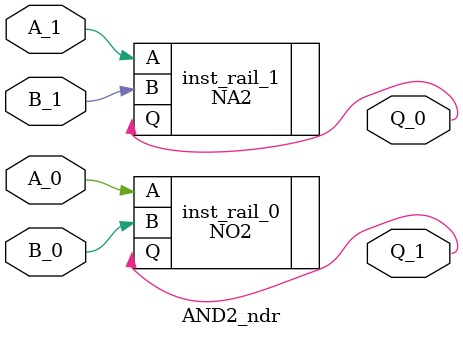
<source format=v>
module OR2_ndr (A_1, A_0, B_1, B_0, Q_1, Q_0); // d=-1 w=1 complex ndr cd
  input A_1; // d=-1 l=-1
  input A_0; // d=-1 l=-1
  input B_1; // d=-1 l=-1
  input B_0; // d=-1 l=-1
  output Q_1; // d=-1 l=-1
  output Q_0; // d=-1 l=-1

//  parameter negative_gate_number = 2;
//  parameter invertor_number = 0;
//  parameter flip_flop_number = 0;
//  parameter transistor_number = 8;
//  parameter area = 110;

  NO2 inst_rail_1 (.A(A_1), .B(B_1), .Q(Q_0)); // d=0 w=1 l=0 sr
  NA2 inst_rail_0 (.A(A_0), .B(B_0), .Q(Q_1)); // d=0 w=1 l=0 sr
endmodule

module AND2_ndr (A_1, A_0, B_1, B_0, Q_1, Q_0); // d=-1 w=1 complex ndr cd
  input A_1; // d=-1 l=-1
  input A_0; // d=-1 l=-1
  input B_1; // d=-1 l=-1
  input B_0; // d=-1 l=-1
  output Q_1; // d=-1 l=-1
  output Q_0; // d=-1 l=-1

//  parameter negative_gate_number = 2;
//  parameter invertor_number = 0;
//  parameter flip_flop_number = 0;
//  parameter transistor_number = 8;
//  parameter area = 110;

  NA2 inst_rail_1 (.A(A_1), .B(B_1), .Q(Q_0)); // d=0 w=1 l=0 sr
  NO2 inst_rail_0 (.A(A_0), .B(B_0), .Q(Q_1)); // d=0 w=1 l=0 sr
endmodule


</source>
